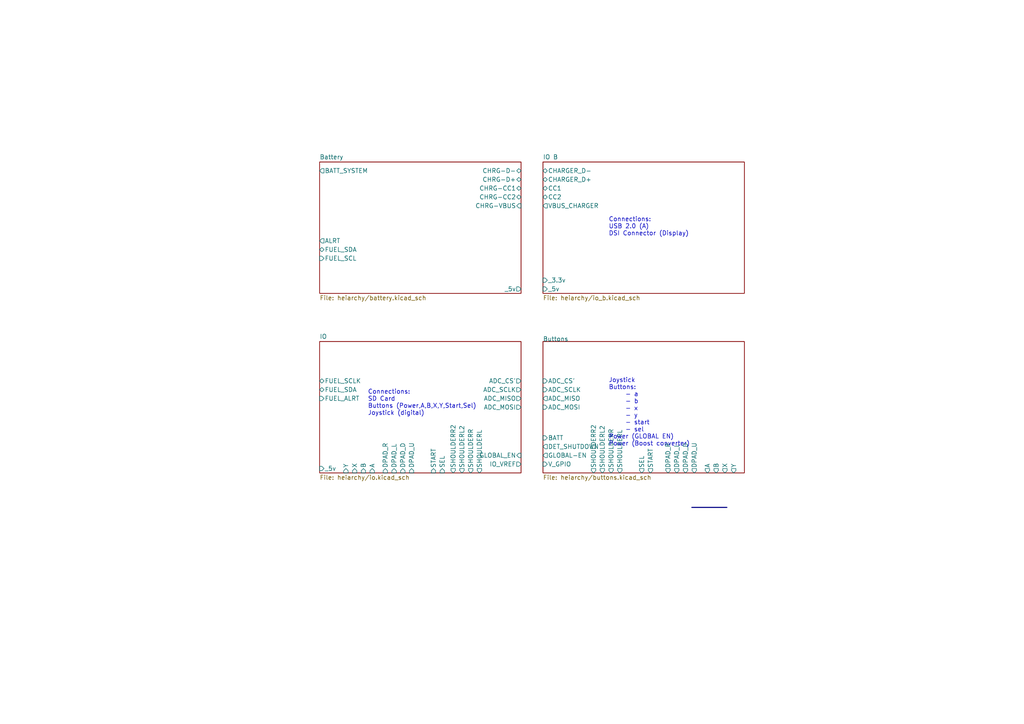
<source format=kicad_sch>
(kicad_sch (version 20211123) (generator eeschema)
  (paper "A4")
  (title_block (title "Cm4 battery carrier") (date "2022-05-14") (rev "Rev1") (comment 1 "https://github.com/cinnamondev/gamepithing"))
  (lib_symbols)
  (bus (pts (xy 200.66 147.1668) (xy 210.82 147.1668)))
  (text "Joystick\nButtons:\n	- a\n	- b\n	- x\n	- y \n	- start\n	- sel\nPower (GLOBAL EN)\nPower (Boost converter)" (at 176.53 129.54 0) (effects (font (size 1.27 1.27)) (justify left bottom)))
  (text "Connections:\nUSB 2.0 (A)\nDSI Connector (Display)\n" (at 176.53 68.58 0) (effects (font (size 1.27 1.27)) (justify left bottom)))
  (text "Connections:\nSD Card\nButtons (Power,A,B,X,Y,Start,Sel)\nJoystick (digital)\n" (at 106.68 120.65 0) (effects (font (size 1.27 1.27)) (justify left bottom)))
  (sheet (at 92.71 99.06) (size 58.42 38.1) (stroke (width 0.1524))
    (property "Sheet name" "IO" (at 92.71 98.3484 0) (effects (justify left bottom)))
    (property "Sheet file" "heiarchy/io.kicad_sch" (at 92.71 137.7446 0) (effects (justify left top)))
    (pin "_5v" input (at 92.71 135.89 180))
    (pin "IO_VREF" output (at 151.13 134.62 0))
    (pin "GLOBAL_EN" input (at 151.13 132.08 0))
    (pin "ADC_SCLK" output (at 151.13 113.03 0))
    (pin "ADC_MISO" output (at 151.13 115.57 0))
    (pin "ADC_CS'" output (at 151.13 110.49 0))
    (pin "X" input (at 102.87 137.16 270))
    (pin "B" input (at 105.41 137.16 270))
    (pin "A" input (at 107.95 137.16 270))
    (pin "SEL" input (at 128.27 137.16 270))
    (pin "Y" input (at 100.33 137.16 270))
    (pin "START" input (at 125.73 137.16 270))
    (pin "ADC_MOSI" output (at 151.13 118.11 0))
    (pin "DPAD_L" input (at 114.3 137.16 270))
    (pin "DPAD_U" input (at 119.38 137.16 270))
    (pin "DPAD_D" input (at 116.84 137.16 270))
    (pin "DPAD_R" input (at 111.76 137.16 270))
    (pin "FUEL_SDA" bidirectional (at 92.71 113.03 180))
    (pin "FUEL_SCLK" bidirectional (at 92.71 110.49 180))
    (pin "FUEL_ALRT" input (at 92.71 115.57 180))
    (pin "SHOULDERR" output (at 136.525 137.16 270))
    (pin "SHOULDERR2" output (at 131.445 137.16 270))
    (pin "SHOULDERL2" output (at 133.985 137.16 270))
    (pin "SHOULDERL" output (at 139.065 137.16 270))
  )
  (sheet (at 92.71 46.99) (size 58.42 38.1) (stroke (width 0.1524))
    (property "Sheet name" "Battery" (at 92.71 46.2784 0) (effects (justify left bottom)))
    (property "Sheet file" "heiarchy/battery.kicad_sch" (at 92.71 85.6746 0) (effects (justify left top)))
    (pin "CHRG-D-" bidirectional (at 151.13 49.53 0))
    (pin "CHRG-D+" bidirectional (at 151.13 52.07 0))
    (pin "CHRG-CC1" bidirectional (at 151.13 54.61 0))
    (pin "CHRG-CC2" bidirectional (at 151.13 57.15 0))
    (pin "CHRG-VBUS" input (at 151.13 59.69 0))
    (pin "_5v" output (at 151.13 83.82 0))
    (pin "ALRT" output (at 92.71 69.85 180))
    (pin "FUEL_SDA" bidirectional (at 92.71 72.39 180))
    (pin "FUEL_SCL" input (at 92.71 74.93 180))
    (pin "BATT_SYSTEM" output (at 92.71 49.53 180))
  )
  (sheet (at 157.48 46.99) (size 58.42 38.1) (stroke (width 0.1524))
    (property "Sheet name" "IO B" (at 157.48 46.2784 0) (effects (justify left bottom)))
    (property "Sheet file" "heiarchy/io_b.kicad_sch" (at 157.48 85.6746 0) (effects (justify left top)))
    (pin "VBUS_CHARGER" output (at 157.48 59.69 180))
    (pin "_5v" input (at 157.48 83.82 180))
    (pin "CC1" bidirectional (at 157.48 54.61 180))
    (pin "CC2" bidirectional (at 157.48 57.15 180))
    (pin "CHARGER_D-" bidirectional (at 157.48 49.53 180))
    (pin "CHARGER_D+" bidirectional (at 157.48 52.07 180))
    (pin "_3.3v" input (at 157.48 81.28 180))
  )
  (sheet (at 157.48 99.06) (size 58.42 38.1) (stroke (width 0.1524))
    (property "Sheet name" "Buttons" (at 157.48 99.06 0) (effects (justify left bottom)))
    (property "Sheet file" "heiarchy/buttons.kicad_sch" (at 157.48 137.7446 0) (effects (justify left top)))
    (pin "GLOBAL-EN" output (at 157.48 132.08 180))
    (pin "V_GPIO" input (at 157.48 134.62 180))
    (pin "B" output (at 207.7212 137.16 270))
    (pin "DPAD_R" output (at 193.7512 137.16 270))
    (pin "ADC_SCLK" input (at 157.48 113.03 180))
    (pin "ADC_MISO" output (at 157.48 115.57 180))
    (pin "ADC_CS'" input (at 157.48 110.49 180))
    (pin "ADC_MOSI" input (at 157.48 118.11 180))
    (pin "A" output (at 205.1812 137.16 270))
    (pin "Y" output (at 212.8012 137.16 270))
    (pin "X" output (at 210.2612 137.16 270))
    (pin "DPAD_L" output (at 196.2912 137.16 270))
    (pin "START" output (at 188.6712 137.16 270))
    (pin "SEL" output (at 186.1312 137.16 270))
    (pin "DET_SHUTDOWN" output (at 157.48 129.54 180))
    (pin "DPAD_D" output (at 198.8312 137.16 270))
    (pin "DPAD_U" output (at 201.3712 137.16 270))
    (pin "BATT" input (at 157.48 127 180))
    (pin "SHOULDERL" output (at 179.7812 137.16 270))
    (pin "SHOULDERR" output (at 177.2412 137.16 270))
    (pin "SHOULDERL2" output (at 174.7012 137.16 270))
    (pin "SHOULDERR2" output (at 172.1612 137.16 270))
  )
)
</source>
